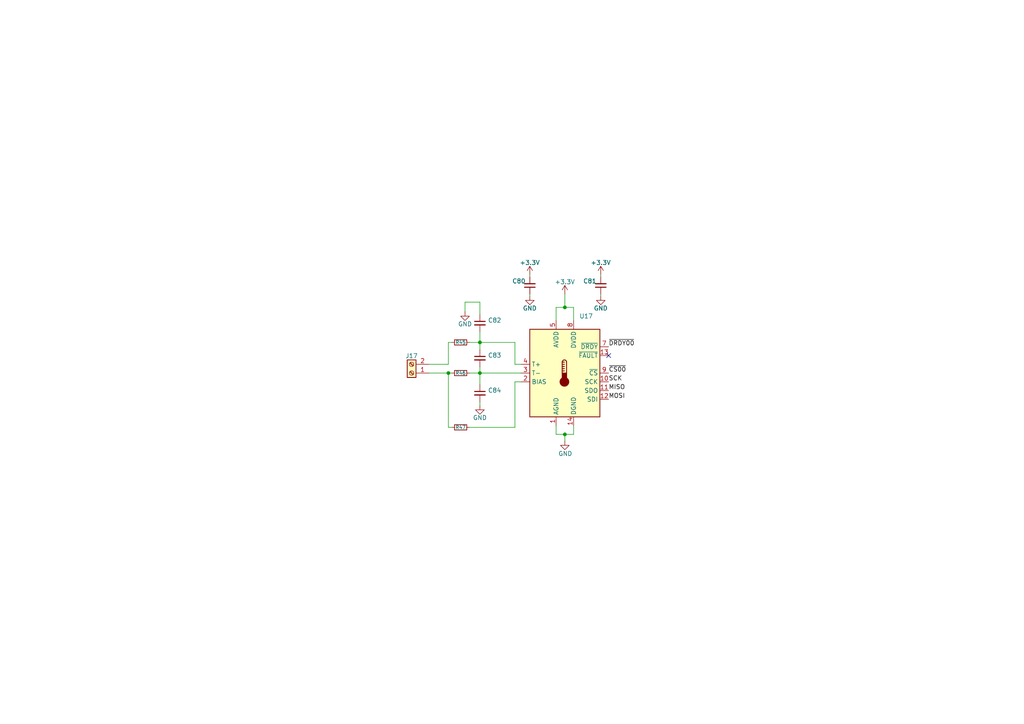
<source format=kicad_sch>
(kicad_sch (version 20211123) (generator eeschema)
  (paper "A4")
  (lib_symbols
    (symbol "Connector:Screw_Terminal_01x02" (pin_names (offset 1.016) hide)
      (property "Reference" "J" (at 0 2.54 0))
      (property "Value" "Screw_Terminal_01x02" (at 0 -5.08 0))
      (symbol "Screw_Terminal_01x02_1_1"
        (rectangle (start -1.27 1.27) (end 1.27 -3.81) (stroke (width 0.254)) (fill (type background)))
        (circle (center 0 -2.54) (radius 0.635) (stroke (width 0.1524)))
        (polyline (pts (xy -0.5334 -2.2098) (xy 0.3302 -3.048)) (stroke (width 0.1524)))
        (polyline (pts (xy -0.5334 0.3302) (xy 0.3302 -0.508)) (stroke (width 0.1524)))
        (polyline (pts (xy -0.3556 -2.032) (xy 0.508 -2.8702)) (stroke (width 0.1524)))
        (polyline (pts (xy -0.3556 0.508) (xy 0.508 -0.3302)) (stroke (width 0.1524)))
        (circle (center 0 0) (radius 0.635) (stroke (width 0.1524)))
        (pin passive line (at -5.08 0 0) (length 3.81) (name "Pin_1") (number "1"))
        (pin passive line (at -5.08 -2.54 0) (length 3.81) (name "Pin_2") (number "2"))
      )
    )
    (symbol "Device:C_Small" (pin_numbers hide) (pin_names (offset 0.254) hide)
      (property "Reference" "C" (at 0.254 1.778 0))
      (property "Value" "C_Small" (at 0.254 -2.032 0))
      (symbol "C_Small_0_1"
        (polyline (pts (xy -1.524 -0.508) (xy 1.524 -0.508)) (stroke (width 0.3302)))
        (polyline (pts (xy -1.524 0.508) (xy 1.524 0.508)) (stroke (width 0.3048)))
      )
      (symbol "C_Small_1_1"
        (pin passive line (at 0 2.54 270) (length 2.032) (name "~") (number "1"))
        (pin passive line (at 0 -2.54 90) (length 2.032) (name "~") (number "2"))
      )
    )
    (symbol "Device:R_Small" (pin_numbers hide) (pin_names (offset 0.254) hide)
      (property "Reference" "R" (at 0.762 0.508 0))
      (property "Value" "R_Small" (at 0.762 -1.016 0))
      (symbol "R_Small_0_1"
        (rectangle (start -0.762 1.778) (end 0.762 -1.778) (stroke (width 0.2032)))
      )
      (symbol "R_Small_1_1"
        (pin passive line (at 0 2.54 270) (length 0.762) (name "~") (number "1"))
        (pin passive line (at 0 -2.54 90) (length 0.762) (name "~") (number "2"))
      )
    )
    (symbol "Sensor_Temperature:MAX31856"
      (property "Reference" "U" (at -7.62 13.97 0))
      (property "Value" "MAX31856" (at 13.97 13.97 0))
      (symbol "MAX31856_0_1"
        (rectangle (start -10.16 12.7) (end 10.16 -12.7) (stroke (width 0.254)) (fill (type background)))
        (circle (center -0.127 -2.54) (radius 1.27) (stroke (width 0.254)) (fill (type outline)))
        (polyline (pts (xy -0.762 0.635) (xy -0.127 0.635)) (stroke (width 0.254)))
        (polyline (pts (xy -0.762 1.27) (xy -0.127 1.27)) (stroke (width 0.254)))
        (polyline (pts (xy -0.762 1.905) (xy -0.127 1.905)) (stroke (width 0.254)))
        (polyline (pts (xy -0.762 2.54) (xy -0.127 2.54)) (stroke (width 0.254)))
        (polyline (pts (xy -0.762 3.175) (xy -0.762 0)) (stroke (width 0.254)))
        (polyline (pts (xy -0.762 3.175) (xy -0.127 3.175)) (stroke (width 0.254)))
        (polyline (pts (xy 0.508 3.175) (xy 0.508 0)) (stroke (width 0.254)))
        (rectangle (start 0.508 -1.905) (end -0.762 0) (stroke (width 0.254)) (fill (type outline)))
        (arc (start 0.508 3.175) (mid -0.127 3.81) (end -0.762 3.175) (stroke (width 0.254)))
      )
      (symbol "MAX31856_1_1"
        (pin power_in line (at -2.54 -15.24 90) (length 2.54) (name "AGND") (number "1"))
        (pin input line (at 12.7 -2.54 180) (length 2.54) (name "SCK") (number "10"))
        (pin output line (at 12.7 -5.08 180) (length 2.54) (name "SDO") (number "11"))
        (pin input line (at 12.7 -7.62 180) (length 2.54) (name "SDI") (number "12"))
        (pin output line (at 12.7 5.08 180) (length 2.54) (name "~{FAULT}") (number "13"))
        (pin power_in line (at 2.54 -15.24 90) (length 2.54) (name "DGND") (number "14"))
        (pin input line (at -12.7 -2.54 0) (length 2.54) (name "BIAS") (number "2"))
        (pin input line (at -12.7 0 0) (length 2.54) (name "T-") (number "3"))
        (pin input line (at -12.7 2.54 0) (length 2.54) (name "T+") (number "4"))
        (pin power_in line (at -2.54 15.24 270) (length 2.54) (name "AVDD") (number "5"))
        (pin no_connect line (at -10.16 -7.62 0) (length 2.54) hide (name "DNC") (number "6"))
        (pin output line (at 12.7 7.62 180) (length 2.54) (name "~{DRDY}") (number "7"))
        (pin power_in line (at 2.54 15.24 270) (length 2.54) (name "DVDD") (number "8"))
        (pin input line (at 12.7 0 180) (length 2.54) (name "~{CS}") (number "9"))
      )
    )
    (symbol "power:+3.3V" (power) (pin_names (offset 0))
      (property "Value" "+3.3V" (at 0 3.556 0))
      (symbol "+3.3V_0_1"
        (polyline (pts (xy -0.762 1.27) (xy 0 2.54)))
        (polyline (pts (xy 0 0) (xy 0 2.54)))
        (polyline (pts (xy 0 2.54) (xy 0.762 1.27)))
      )
      (symbol "+3.3V_1_1"
        (pin power_in line (at 0 0 90) (length 0) hide (name "+3.3V") (number "1"))
      )
    )
    (symbol "power:GND" (power) (pin_names (offset 0))
      (property "Value" "GND" (at 0 -3.81 0))
      (symbol "GND_0_1"
        (polyline (pts (xy 0 0) (xy 0 -1.27) (xy 1.27 -1.27) (xy 0 -2.54) (xy -1.27 -1.27) (xy 0 -1.27)))
      )
      (symbol "GND_1_1"
        (pin power_in line (at 0 0 270) (length 0) hide (name "GND") (number "1"))
      )
    )
  )
  (junction (at 130.048 108.204))
  (junction (at 163.83 125.984))
  (junction (at 139.192 108.204))
  (junction (at 139.192 99.314))
  (junction (at 163.83 89.154))
  (no_connect (at 176.53 103.124))
  (wire (pts (xy 163.83 89.154) (xy 166.37 89.154)))
  (wire (pts (xy 163.83 85.344) (xy 163.83 89.154)))
  (wire (pts (xy 130.048 99.314) (xy 131.064 99.314)))
  (wire (pts (xy 130.048 123.952) (xy 131.064 123.952)))
  (wire (pts (xy 139.192 116.586) (xy 139.192 117.602)))
  (wire (pts (xy 139.192 108.204) (xy 139.192 111.506)))
  (wire (pts (xy 139.192 108.204) (xy 151.13 108.204)))
  (wire (pts (xy 151.13 105.664) (xy 149.352 105.664)))
  (wire (pts (xy 174.244 79.756) (xy 174.244 80.264)))
  (wire (pts (xy 149.352 105.664) (xy 149.352 99.314)))
  (wire (pts (xy 149.352 123.952) (xy 136.144 123.952)))
  (wire (pts (xy 153.67 85.344) (xy 153.67 85.852)))
  (wire (pts (xy 124.46 108.204) (xy 130.048 108.204)))
  (wire (pts (xy 163.83 125.984) (xy 163.83 127.889)))
  (wire (pts (xy 124.46 105.664) (xy 130.048 105.664)))
  (wire (pts (xy 149.352 110.744) (xy 149.352 123.952)))
  (wire (pts (xy 136.144 108.204) (xy 139.192 108.204)))
  (wire (pts (xy 139.192 99.314) (xy 139.192 101.346)))
  (wire (pts (xy 130.048 108.204) (xy 131.064 108.204)))
  (wire (pts (xy 134.874 87.63) (xy 134.874 90.424)))
  (wire (pts (xy 130.048 108.204) (xy 130.048 123.952)))
  (wire (pts (xy 161.29 92.964) (xy 161.29 89.154)))
  (wire (pts (xy 139.192 106.426) (xy 139.192 108.204)))
  (wire (pts (xy 139.192 87.63) (xy 134.874 87.63)))
  (wire (pts (xy 139.192 96.266) (xy 139.192 99.314)))
  (wire (pts (xy 136.144 99.314) (xy 139.192 99.314)))
  (wire (pts (xy 130.048 99.314) (xy 130.048 105.664)))
  (wire (pts (xy 174.244 85.344) (xy 174.244 85.852)))
  (wire (pts (xy 166.37 89.154) (xy 166.37 92.964)))
  (wire (pts (xy 166.37 125.984) (xy 166.37 123.444)))
  (wire (pts (xy 161.29 123.444) (xy 161.29 125.984)))
  (wire (pts (xy 151.13 110.744) (xy 149.352 110.744)))
  (wire (pts (xy 163.83 125.984) (xy 166.37 125.984)))
  (wire (pts (xy 139.192 91.186) (xy 139.192 87.63)))
  (wire (pts (xy 161.29 89.154) (xy 163.83 89.154)))
  (wire (pts (xy 161.29 125.984) (xy 163.83 125.984)))
  (wire (pts (xy 153.67 79.756) (xy 153.67 80.264)))
  (wire (pts (xy 149.352 99.314) (xy 139.192 99.314)))
  (label "~{CS00}" (at 176.53 108.204 0))
  (label "SCK" (at 176.53 110.744 0))
  (label "MISO" (at 176.53 113.284 0))
  (label "MOSI" (at 176.53 115.824 0))
  (label "~{DRDY00}" (at 176.53 100.584 0))
  (symbol (lib_id "power:+3.3V") (at 153.67 79.756 0) (unit 1)
    (property "Reference" "#PWR0128" (effects hide))
  )
  (symbol (lib_id "power:+3.3V") (at 174.244 79.756 0) (unit 1)
    (property "Reference" "#PWR0129" (effects hide))
  )
  (symbol (lib_id "Device:C_Small") (at 174.244 82.804 0) (mirror x) (unit 1)
    (property "Reference" "C81" (at 171.069 81.534 0))
  )
  (symbol (lib_id "Connector:Screw_Terminal_01x02") (at 119.38 108.204 180) (unit 1)
    (property "Reference" "J17" (at 119.38 103.2312 0))
  )
  (symbol (lib_id "power:GND") (at 153.67 85.852 0) (mirror y) (unit 1)
    (property "Reference" "#PWR0131" (effects hide))
  )
  (symbol (lib_id "Sensor_Temperature:MAX31856") (at 163.83 108.204 0) (unit 1)
    (property "Reference" "U17" (at 168.021 91.6971 0) (effects (justify left)))
    (property "Datasheet" "https://datasheets.maximintegrated.com/en/ds/MAX31856.pdf" (effects hide))
  )
  (symbol (lib_id "power:GND") (at 174.244 85.852 0) (mirror y) (unit 1)
    (property "Reference" "#PWR0132" (effects hide))
  )
  (symbol (lib_id "Device:R_Small") (at 133.604 108.204 90) (unit 1)
    (property "Reference" "R46" (at 133.604 108.204 90) (effects (font (size 1 1))))
  )
  (symbol (lib_id "power:GND") (at 163.83 127.889 0) (unit 1)
    (property "Reference" "#PWR0135" (effects hide))
  )
  (symbol (lib_id "Device:C_Small") (at 139.192 103.886 0) (unit 1)
    (property "Reference" "C83" (at 141.5161 103.0576 0) (effects (justify left)))
  )
  (symbol (lib_id "power:+3.3V") (at 163.83 85.344 0) (unit 1)
    (property "Reference" "#PWR0130" (effects hide))
  )
  (symbol (lib_id "power:GND") (at 134.874 90.424 0) (mirror y) (unit 1)
    (property "Reference" "#PWR0133" (effects hide))
  )
  (symbol (lib_id "Device:C_Small") (at 153.67 82.804 0) (mirror x) (unit 1)
    (property "Reference" "C80" (at 150.495 81.534 0))
  )
  (symbol (lib_id "Device:C_Small") (at 139.192 114.046 0) (unit 1)
    (property "Reference" "C84" (at 141.5161 113.2176 0) (effects (justify left)))
  )
  (symbol (lib_id "Device:C_Small") (at 139.192 93.726 0) (unit 1)
    (property "Reference" "C82" (at 141.5161 92.8976 0) (effects (justify left)))
  )
  (symbol (lib_id "power:GND") (at 139.192 117.602 0) (mirror y) (unit 1)
    (property "Reference" "#PWR0134" (effects hide))
  )
  (symbol (lib_id "Device:R_Small") (at 133.604 99.314 90) (unit 1)
    (property "Reference" "R45" (at 133.604 99.314 90) (effects (font (size 1 1))))
  )
  (symbol (lib_id "Device:R_Small") (at 133.604 123.952 90) (unit 1)
    (property "Reference" "R47" (at 133.604 123.952 90) (effects (font (size 1 1))))
  )
)
</source>
